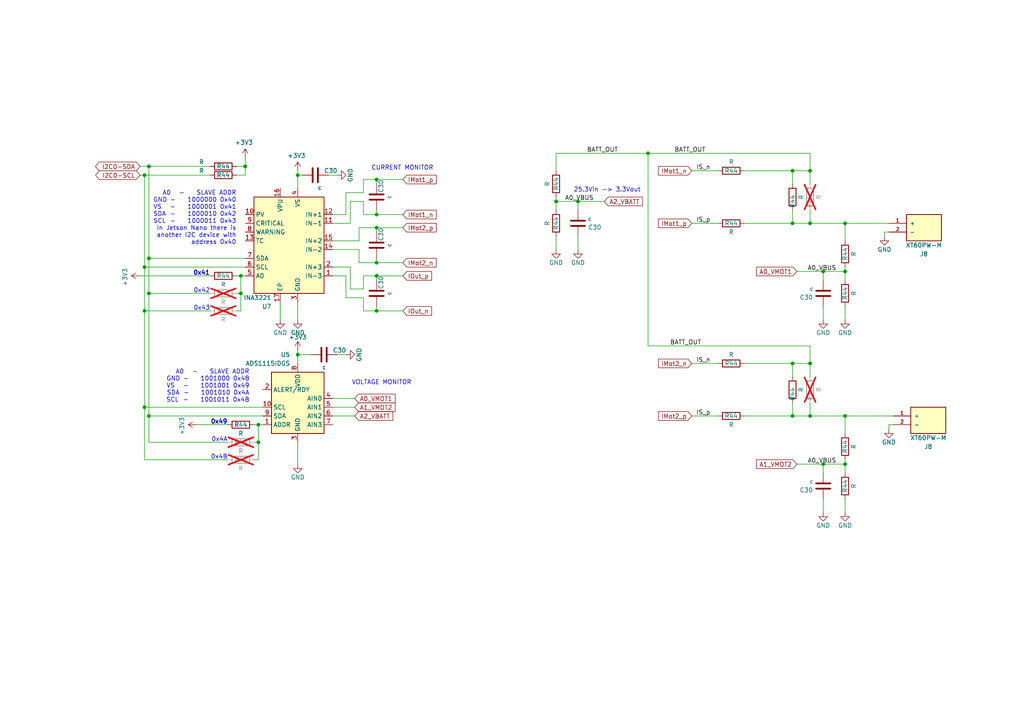
<source format=kicad_sch>
(kicad_sch (version 20230121) (generator eeschema)
  (paper "A4")
  (lib_symbols
    (symbol "Analog_ADC:ADS1115IDGS"
      (property "Reference" "U" (at 2.54 13.97 0))
      (property "Value" "ADS1115IDGS" (at 7.62 11.43 0))
      (symbol "ADS1115IDGS_0_1"
        (rectangle (start -7.62 10.16) (end 7.62 -7.62) (stroke (width 0.254)) (fill (type background)))
      )
      (symbol "ADS1115IDGS_1_1"
        (pin input line (at 10.16 -5.08 180) (length 2.54) (name "ADDR") (number "1"))
        (pin input line (at 10.16 0 180) (length 2.54) (name "SCL") (number "10"))
        (pin output line (at 10.16 5.08 180) (length 2.54) (name "ALERT/RDY") (number "2"))
        (pin power_in line (at 0 -10.16 90) (length 2.54) (name "GND") (number "3"))
        (pin input line (at -10.16 2.54 0) (length 2.54) (name "AIN0") (number "4"))
        (pin input line (at -10.16 0 0) (length 2.54) (name "AIN1") (number "5"))
        (pin input line (at -10.16 -2.54 0) (length 2.54) (name "AIN2") (number "6"))
        (pin input line (at -10.16 -5.08 0) (length 2.54) (name "AIN3") (number "7"))
        (pin power_in line (at 0 12.7 270) (length 2.54) (name "VDD") (number "8"))
        (pin bidirectional line (at 10.16 -2.54 180) (length 2.54) (name "SDA") (number "9"))
      )
    )
    (symbol "Device:C" (pin_numbers hide) (pin_names (offset 0.254))
      (property "Reference" "C" (at 0.635 2.54 0))
      (property "Value" "C" (at 0.635 -2.54 0))
      (symbol "C_0_1"
        (polyline (pts (xy -2.032 -0.762) (xy 2.032 -0.762)) (stroke (width 0.508)))
        (polyline (pts (xy -2.032 0.762) (xy 2.032 0.762)) (stroke (width 0.508)))
      )
      (symbol "C_1_1"
        (pin passive line (at 0 3.81 270) (length 2.794) (name "~") (number "1"))
        (pin passive line (at 0 -3.81 90) (length 2.794) (name "~") (number "2"))
      )
    )
    (symbol "Device:R" (pin_numbers hide) (pin_names (offset 0))
      (property "Reference" "R" (at 2.032 0 90))
      (property "Value" "R" (at 0 0 90))
      (symbol "R_0_1"
        (rectangle (start -1.016 -2.54) (end 1.016 2.54) (stroke (width 0.254)))
      )
      (symbol "R_1_1"
        (pin passive line (at 0 3.81 270) (length 1.27) (name "~") (number "1"))
        (pin passive line (at 0 -3.81 90) (length 1.27) (name "~") (number "2"))
      )
    )
    (symbol "Power_Management:INA3221"
      (property "Reference" "U" (at -10.16 17.78 0))
      (property "Value" "INA3221" (at 5.08 17.78 0))
      (symbol "INA3221_0_1"
        (rectangle (start 10.16 -12.7) (end -10.16 15.24) (stroke (width 0.254)) (fill (type background)))
      )
      (symbol "INA3221_1_1"
        (pin input line (at -12.7 -7.62 0) (length 2.54) (name "IN-3") (number "1"))
        (pin open_collector line (at 12.7 10.16 180) (length 2.54) (name "PV") (number "10"))
        (pin input line (at -12.7 7.62 0) (length 2.54) (name "IN-1") (number "11"))
        (pin input line (at -12.7 10.16 0) (length 2.54) (name "IN+1") (number "12"))
        (pin open_collector line (at 12.7 2.54 180) (length 2.54) (name "TC") (number "13"))
        (pin input line (at -12.7 0 0) (length 2.54) (name "IN-2") (number "14"))
        (pin input line (at -12.7 2.54 0) (length 2.54) (name "IN+2") (number "15"))
        (pin power_in line (at 2.54 17.78 270) (length 2.54) (name "VPU") (number "16"))
        (pin passive line (at 2.54 -15.24 90) (length 2.54) (name "EP") (number "17"))
        (pin input line (at -12.7 -5.08 0) (length 2.54) (name "IN+3") (number "2"))
        (pin power_in line (at -2.54 -15.24 90) (length 2.54) (name "GND") (number "3"))
        (pin power_in line (at -2.54 17.78 270) (length 2.54) (name "VS") (number "4"))
        (pin input line (at 12.7 -7.62 180) (length 2.54) (name "A0") (number "5"))
        (pin input line (at 12.7 -5.08 180) (length 2.54) (name "SCL") (number "6"))
        (pin bidirectional line (at 12.7 -2.54 180) (length 2.54) (name "SDA") (number "7"))
        (pin open_collector line (at 12.7 5.08 180) (length 2.54) (name "WARNING") (number "8"))
        (pin open_collector line (at 12.7 7.62 180) (length 2.54) (name "CRITICAL") (number "9"))
      )
    )
    (symbol "nanosaur:XT60PW-M" (pin_names (offset 1.016))
      (property "Reference" "J" (at -5.08 5.7234 0))
      (property "Value" "XT60PW-M" (at -5.08 -5.0923 0))
      (symbol "XT60PW-M_0_0"
        (rectangle (start -5.08 -2.54) (end 5.08 5.08) (stroke (width 0.254)) (fill (type background)))
        (pin passive line (at -10.16 2.54 0) (length 5.08) (name "+") (number "1"))
        (pin passive line (at -10.16 0 0) (length 5.08) (name "-") (number "2"))
      )
    )
    (symbol "power:+3V3" (power) (pin_names (offset 0))
      (property "Value" "+3V3" (at 0 3.556 0))
      (symbol "+3V3_0_1"
        (polyline (pts (xy -0.762 1.27) (xy 0 2.54)))
        (polyline (pts (xy 0 0) (xy 0 2.54)))
        (polyline (pts (xy 0 2.54) (xy 0.762 1.27)))
      )
      (symbol "+3V3_1_1"
        (pin power_in line (at 0 0 90) (length 0) hide (name "+3V3") (number "1"))
      )
    )
    (symbol "power:GND" (power) (pin_names (offset 0))
      (property "Value" "GND" (at 0 -3.81 0))
      (symbol "GND_0_1"
        (polyline (pts (xy 0 0) (xy 0 -1.27) (xy 1.27 -1.27) (xy 0 -2.54) (xy -1.27 -1.27) (xy 0 -1.27)))
      )
      (symbol "GND_1_1"
        (pin power_in line (at 0 0 270) (length 0) hide (name "GND") (number "1"))
      )
    )
  )
  (junction (at 86.36 102.87))
  (junction (at 234.95 105.41))
  (junction (at 71.12 48.26))
  (junction (at 167.64 58.42))
  (junction (at 109.22 80.01))
  (junction (at 41.91 77.47))
  (junction (at 245.11 78.74))
  (junction (at 234.95 120.65))
  (junction (at 69.85 85.09))
  (junction (at 238.76 134.62))
  (junction (at 161.29 58.42))
  (junction (at 41.91 50.8))
  (junction (at 109.22 76.2))
  (junction (at 69.85 80.01))
  (junction (at 229.87 64.77))
  (junction (at 43.18 85.09))
  (junction (at 74.93 123.19))
  (junction (at 229.87 120.65))
  (junction (at 234.95 49.53))
  (junction (at 43.18 74.93))
  (junction (at 245.11 120.65))
  (junction (at 43.18 120.65))
  (junction (at 41.91 118.11))
  (junction (at 74.93 128.27))
  (junction (at 109.22 62.23))
  (junction (at 245.11 134.62))
  (junction (at 245.11 64.77))
  (junction (at 229.87 49.53))
  (junction (at 86.36 50.8))
  (junction (at 41.91 90.17))
  (junction (at 43.18 48.26))
  (junction (at 238.76 78.74))
  (junction (at 229.87 105.41))
  (junction (at 187.96 44.45))
  (junction (at 109.22 52.07))
  (junction (at 109.22 90.17))
  (junction (at 109.22 66.04))
  (junction (at 234.95 64.77))
  (wire (pts (xy 229.87 64.77) (xy 234.95 64.77)))
  (wire (pts (xy 101.6 58.42) (xy 105.41 58.42)))
  (wire (pts (xy 116.84 76.2) (xy 109.22 76.2)))
  (wire (pts (xy 161.29 44.45) (xy 187.96 44.45)))
  (wire (pts (xy 245.11 133.35) (xy 245.11 134.62)))
  (wire (pts (xy 215.9 120.65) (xy 229.87 120.65)))
  (wire (pts (xy 215.9 64.77) (xy 229.87 64.77)))
  (wire (pts (xy 105.41 90.17) (xy 105.41 86.36)))
  (wire (pts (xy 200.66 64.77) (xy 208.28 64.77)))
  (wire (pts (xy 245.11 78.74) (xy 245.11 81.28)))
  (wire (pts (xy 104.14 69.85) (xy 96.52 69.85)))
  (wire (pts (xy 86.36 134.62) (xy 86.36 128.27)))
  (wire (pts (xy 109.22 74.93) (xy 109.22 76.2)))
  (wire (pts (xy 167.64 68.58) (xy 167.64 72.39)))
  (wire (pts (xy 76.2 123.19) (xy 74.93 123.19)))
  (wire (pts (xy 43.18 85.09) (xy 43.18 120.65)))
  (wire (pts (xy 43.18 120.65) (xy 43.18 128.27)))
  (wire (pts (xy 116.84 62.23) (xy 109.22 62.23)))
  (wire (pts (xy 234.95 120.65) (xy 234.95 116.84)))
  (wire (pts (xy 109.22 52.07) (xy 109.22 53.34)))
  (wire (pts (xy 101.6 77.47) (xy 101.6 83.82)))
  (wire (pts (xy 259.08 123.19) (xy 257.81 123.19)))
  (wire (pts (xy 187.96 44.45) (xy 234.95 44.45)))
  (wire (pts (xy 60.96 90.17) (xy 41.91 90.17)))
  (wire (pts (xy 60.96 50.8) (xy 41.91 50.8)))
  (wire (pts (xy 86.36 92.71) (xy 86.36 87.63)))
  (wire (pts (xy 74.93 128.27) (xy 74.93 123.19)))
  (wire (pts (xy 73.66 133.35) (xy 74.93 133.35)))
  (wire (pts (xy 41.91 118.11) (xy 41.91 133.35)))
  (wire (pts (xy 234.95 64.77) (xy 245.11 64.77)))
  (wire (pts (xy 105.41 58.42) (xy 105.41 62.23)))
  (wire (pts (xy 234.95 100.33) (xy 234.95 105.41)))
  (wire (pts (xy 86.36 50.8) (xy 86.36 54.61)))
  (wire (pts (xy 71.12 50.8) (xy 68.58 50.8)))
  (wire (pts (xy 234.95 64.77) (xy 234.95 60.96)))
  (wire (pts (xy 74.93 133.35) (xy 74.93 128.27)))
  (wire (pts (xy 69.85 90.17) (xy 69.85 85.09)))
  (wire (pts (xy 229.87 116.84) (xy 229.87 120.65)))
  (wire (pts (xy 238.76 78.74) (xy 245.11 78.74)))
  (wire (pts (xy 234.95 44.45) (xy 234.95 49.53)))
  (wire (pts (xy 238.76 81.28) (xy 238.76 78.74)))
  (wire (pts (xy 245.11 120.65) (xy 245.11 125.73)))
  (wire (pts (xy 60.96 80.01) (xy 40.64 80.01)))
  (wire (pts (xy 71.12 77.47) (xy 41.91 77.47)))
  (wire (pts (xy 100.33 62.23) (xy 100.33 55.88)))
  (wire (pts (xy 105.41 55.88) (xy 105.41 52.07)))
  (wire (pts (xy 116.84 52.07) (xy 109.22 52.07)))
  (wire (pts (xy 81.28 92.71) (xy 81.28 87.63)))
  (wire (pts (xy 167.64 60.96) (xy 167.64 58.42)))
  (wire (pts (xy 109.22 66.04) (xy 104.14 66.04)))
  (wire (pts (xy 96.52 62.23) (xy 100.33 62.23)))
  (wire (pts (xy 109.22 52.07) (xy 105.41 52.07)))
  (wire (pts (xy 229.87 109.22) (xy 229.87 105.41)))
  (wire (pts (xy 245.11 64.77) (xy 257.81 64.77)))
  (wire (pts (xy 97.79 50.8) (xy 95.25 50.8)))
  (wire (pts (xy 41.91 90.17) (xy 41.91 118.11)))
  (wire (pts (xy 96.52 77.47) (xy 101.6 77.47)))
  (wire (pts (xy 101.6 64.77) (xy 96.52 64.77)))
  (wire (pts (xy 66.04 123.19) (xy 57.15 123.19)))
  (wire (pts (xy 100.33 80.01) (xy 96.52 80.01)))
  (wire (pts (xy 238.76 144.78) (xy 238.76 148.59)))
  (wire (pts (xy 187.96 44.45) (xy 187.96 100.33)))
  (wire (pts (xy 238.76 134.62) (xy 245.11 134.62)))
  (wire (pts (xy 200.66 120.65) (xy 208.28 120.65)))
  (wire (pts (xy 234.95 109.22) (xy 234.95 105.41)))
  (wire (pts (xy 161.29 44.45) (xy 161.29 49.53)))
  (wire (pts (xy 71.12 45.72) (xy 71.12 48.26)))
  (wire (pts (xy 43.18 74.93) (xy 43.18 48.26)))
  (wire (pts (xy 104.14 72.39) (xy 104.14 76.2)))
  (wire (pts (xy 167.64 58.42) (xy 175.26 58.42)))
  (wire (pts (xy 238.76 134.62) (xy 231.14 134.62)))
  (wire (pts (xy 234.95 120.65) (xy 245.11 120.65)))
  (wire (pts (xy 116.84 66.04) (xy 109.22 66.04)))
  (wire (pts (xy 71.12 80.01) (xy 69.85 80.01)))
  (wire (pts (xy 66.04 133.35) (xy 41.91 133.35)))
  (wire (pts (xy 71.12 48.26) (xy 71.12 50.8)))
  (wire (pts (xy 245.11 144.78) (xy 245.11 148.59)))
  (wire (pts (xy 161.29 58.42) (xy 161.29 60.96)))
  (wire (pts (xy 109.22 60.96) (xy 109.22 62.23)))
  (wire (pts (xy 116.84 90.17) (xy 109.22 90.17)))
  (wire (pts (xy 104.14 66.04) (xy 104.14 69.85)))
  (wire (pts (xy 90.17 102.87) (xy 86.36 102.87)))
  (wire (pts (xy 71.12 48.26) (xy 68.58 48.26)))
  (wire (pts (xy 109.22 66.04) (xy 109.22 67.31)))
  (wire (pts (xy 245.11 88.9) (xy 245.11 92.71)))
  (wire (pts (xy 229.87 53.34) (xy 229.87 49.53)))
  (wire (pts (xy 238.76 78.74) (xy 231.14 78.74)))
  (wire (pts (xy 187.96 100.33) (xy 234.95 100.33)))
  (wire (pts (xy 43.18 85.09) (xy 43.18 74.93)))
  (wire (pts (xy 102.87 120.65) (xy 96.52 120.65)))
  (wire (pts (xy 105.41 86.36) (xy 100.33 86.36)))
  (wire (pts (xy 109.22 88.9) (xy 109.22 90.17)))
  (wire (pts (xy 116.84 80.01) (xy 109.22 80.01)))
  (wire (pts (xy 256.54 67.31) (xy 256.54 68.58)))
  (wire (pts (xy 257.81 123.19) (xy 257.81 124.46)))
  (wire (pts (xy 245.11 64.77) (xy 245.11 69.85)))
  (wire (pts (xy 238.76 137.16) (xy 238.76 134.62)))
  (wire (pts (xy 161.29 57.15) (xy 161.29 58.42)))
  (wire (pts (xy 245.11 120.65) (xy 259.08 120.65)))
  (wire (pts (xy 200.66 105.41) (xy 208.28 105.41)))
  (wire (pts (xy 229.87 60.96) (xy 229.87 64.77)))
  (wire (pts (xy 215.9 105.41) (xy 229.87 105.41)))
  (wire (pts (xy 41.91 50.8) (xy 40.64 50.8)))
  (wire (pts (xy 109.22 80.01) (xy 109.22 81.28)))
  (wire (pts (xy 41.91 77.47) (xy 41.91 50.8)))
  (wire (pts (xy 100.33 86.36) (xy 100.33 80.01)))
  (wire (pts (xy 105.41 80.01) (xy 109.22 80.01)))
  (wire (pts (xy 100.33 102.87) (xy 97.79 102.87)))
  (wire (pts (xy 86.36 101.6) (xy 86.36 102.87)))
  (wire (pts (xy 76.2 120.65) (xy 43.18 120.65)))
  (wire (pts (xy 76.2 118.11) (xy 41.91 118.11)))
  (wire (pts (xy 69.85 80.01) (xy 68.58 80.01)))
  (wire (pts (xy 105.41 62.23) (xy 109.22 62.23)))
  (wire (pts (xy 161.29 68.58) (xy 161.29 72.39)))
  (wire (pts (xy 68.58 90.17) (xy 69.85 90.17)))
  (wire (pts (xy 100.33 55.88) (xy 105.41 55.88)))
  (wire (pts (xy 43.18 48.26) (xy 40.64 48.26)))
  (wire (pts (xy 200.66 49.53) (xy 208.28 49.53)))
  (wire (pts (xy 234.95 53.34) (xy 234.95 49.53)))
  (wire (pts (xy 66.04 128.27) (xy 43.18 128.27)))
  (wire (pts (xy 101.6 64.77) (xy 101.6 58.42)))
  (wire (pts (xy 86.36 49.53) (xy 86.36 50.8)))
  (wire (pts (xy 74.93 128.27) (xy 73.66 128.27)))
  (wire (pts (xy 102.87 115.57) (xy 96.52 115.57)))
  (wire (pts (xy 109.22 76.2) (xy 104.14 76.2)))
  (wire (pts (xy 69.85 85.09) (xy 69.85 80.01)))
  (wire (pts (xy 167.64 58.42) (xy 161.29 58.42)))
  (wire (pts (xy 41.91 77.47) (xy 41.91 90.17)))
  (wire (pts (xy 60.96 85.09) (xy 43.18 85.09)))
  (wire (pts (xy 105.41 83.82) (xy 105.41 80.01)))
  (wire (pts (xy 245.11 134.62) (xy 245.11 137.16)))
  (wire (pts (xy 69.85 85.09) (xy 68.58 85.09)))
  (wire (pts (xy 74.93 123.19) (xy 73.66 123.19)))
  (wire (pts (xy 109.22 90.17) (xy 105.41 90.17)))
  (wire (pts (xy 71.12 74.93) (xy 43.18 74.93)))
  (wire (pts (xy 87.63 50.8) (xy 86.36 50.8)))
  (wire (pts (xy 229.87 105.41) (xy 234.95 105.41)))
  (wire (pts (xy 104.14 72.39) (xy 96.52 72.39)))
  (wire (pts (xy 215.9 49.53) (xy 229.87 49.53)))
  (wire (pts (xy 60.96 48.26) (xy 43.18 48.26)))
  (wire (pts (xy 238.76 88.9) (xy 238.76 92.71)))
  (wire (pts (xy 229.87 120.65) (xy 234.95 120.65)))
  (wire (pts (xy 245.11 77.47) (xy 245.11 78.74)))
  (wire (pts (xy 229.87 49.53) (xy 234.95 49.53)))
  (wire (pts (xy 101.6 83.82) (xy 105.41 83.82)))
  (wire (pts (xy 102.87 118.11) (xy 96.52 118.11)))
  (wire (pts (xy 86.36 102.87) (xy 86.36 105.41)))
  (wire (pts (xy 257.81 67.31) (xy 256.54 67.31)))
  (text "A0 	-	SLAVE ADDR\nGND	-	1001000 0x48\nVS	-	1001001 0x49\nSDA	-	1001010 0x4A\nSCL	-	1001011 0x4B" (at 72.39 116.84 0) (effects (font (size 1.27 1.27)) (justify right bottom)))
  (text "0x4B" (at 66.04 133.35 0) (effects (font (size 1.27 1.27)) (justify right bottom)))
  (text "0x4A" (at 66.04 128.27 0) (effects (font (size 1.27 1.27)) (justify right bottom)))
  (text "0x49" (at 66.04 123.19 0) (effects (font (size 1.27 1.27) (thickness 0.254) bold) (justify right bottom)))
  (text "0x43" (at 60.96 90.17 0) (effects (font (size 1.27 1.27)) (justify right bottom)))
  (text "0x41" (at 60.96 80.01 0) (effects (font (size 1.27 1.27) (thickness 0.254) bold) (justify right bottom)))
  (text "CURRENT MONITOR" (at 125.73 49.53 0) (effects (font (size 1.27 1.27)) (justify right bottom)))
  (text "25.3Vin -> 3.3Vout" (at 166.37 55.88 0) (effects (font (size 1.27 1.27)) (justify left bottom)))
  (text "VOLTAGE MONITOR" (at 119.38 111.76 0) (effects (font (size 1.27 1.27)) (justify right bottom)))
  (text "0x42" (at 60.96 85.09 0) (effects (font (size 1.27 1.27)) (justify right bottom)))
  (text "A0 	-	SLAVE ADDR\nGND	-	1000000 0x40\nVS	-	1000001 0x41\nSDA	-	1000010 0x42\nSCL	-	1000011 0x43\nIn Jetson Nano there is\nanother I2C device with\naddress 0x40" (at 68.58 71.12 0) (effects (font (size 1.27 1.27)) (justify right bottom)))
  (label "BATT_OUT" (at 170.18 44.45 0))
  (label "BATT_OUT" (at 195.58 44.45 0))
  (label "IS_p" (at 201.93 64.77 0))
  (label "IS_n" (at 201.93 105.41 0))
  (label "A0_VBUS" (at 242.57 134.62 180))
  (label "IS_p" (at 201.93 120.65 0))
  (label "A0_VBUS" (at 242.57 78.74 180))
  (label "IS_n" (at 201.93 49.53 0))
  (label "BATT_OUT" (at 194.31 100.33 0))
  (label "A0_VBUS" (at 163.83 58.42 0))
  (global_label "IMot2_p" (shape input) (at 116.84 66.04 0) (property "Intersheetrefs" "${INTERSHEET_REFS}" (effects hide)))
  (global_label "IMot2_p" (shape input) (at 200.66 120.65 180) (property "Intersheetrefs" "${INTERSHEET_REFS}" (effects hide)))
  (global_label "A0_VMOT1" (shape input) (at 231.14 78.74 180) (property "Intersheetrefs" "${INTERSHEET_REFS}" (effects hide)))
  (global_label "A2_VBATT" (shape input) (at 175.26 58.42 0) (property "Intersheetrefs" "${INTERSHEET_REFS}" (effects hide)))
  (global_label "IOut_n" (shape input) (at 116.84 90.17 0) (property "Intersheetrefs" "${INTERSHEET_REFS}" (effects hide)))
  (global_label "A0_VMOT1" (shape input) (at 102.87 115.57 0) (property "Intersheetrefs" "${INTERSHEET_REFS}" (effects hide)))
  (global_label "IMot2_n" (shape input) (at 116.84 76.2 0) (property "Intersheetrefs" "${INTERSHEET_REFS}" (effects hide)))
  (global_label "IMot1_p" (shape input) (at 116.84 52.07 0) (property "Intersheetrefs" "${INTERSHEET_REFS}" (effects hide)))
  (global_label "A1_VMOT2" (shape input) (at 231.14 134.62 180) (property "Intersheetrefs" "${INTERSHEET_REFS}" (effects hide)))
  (global_label "A2_VBATT" (shape input) (at 102.87 120.65 0) (property "Intersheetrefs" "${INTERSHEET_REFS}" (effects hide)))
  (global_label "I2C0-SCL" (shape bidirectional) (at 40.64 50.8 180) (property "Intersheetrefs" "${INTERSHEET_REFS}" (effects hide)))
  (global_label "IMot1_n" (shape input) (at 116.84 62.23 0) (property "Intersheetrefs" "${INTERSHEET_REFS}" (effects hide)))
  (global_label "I2C0-SDA" (shape bidirectional) (at 40.64 48.26 180) (property "Intersheetrefs" "${INTERSHEET_REFS}" (effects hide)))
  (global_label "IMot1_n" (shape input) (at 200.66 49.53 180) (property "Intersheetrefs" "${INTERSHEET_REFS}" (effects hide)))
  (global_label "IOut_p" (shape input) (at 116.84 80.01 0) (property "Intersheetrefs" "${INTERSHEET_REFS}" (effects hide)))
  (global_label "IMot1_p" (shape input) (at 200.66 64.77 180) (property "Intersheetrefs" "${INTERSHEET_REFS}" (effects hide)))
  (global_label "IMot2_n" (shape input) (at 200.66 105.41 180) (property "Intersheetrefs" "${INTERSHEET_REFS}" (effects hide)))
  (global_label "A1_VMOT2" (shape input) (at 102.87 118.11 0) (property "Intersheetrefs" "${INTERSHEET_REFS}" (effects hide)))
  (symbol (lib_id "Device:R") (at 234.95 113.03 180) (unit 1) (dnp yes)
    (property "Reference" "R44" (at 234.95 114.3 90))
    (property "Value" "R" (at 237.49 113.03 90))
    (property "Footprint" "Resistor_SMD:R_0805_2012Metric_Pad1.20x1.40mm_HandSolder" (effects hide))
    (property "LCSC" "C104574" (effects hide))
    (property "Description" "125mW 10mΩ ±1% 0805 Current Sense Resistors/Shunt Resistors ROHS" (effects hide))
    (instances (project "RP2040_motor" (path "" (reference "R44") (unit 1))) (project "power_and_cpu" (path "" (reference "R44") (unit 1))) (project "nanosaur-exp-board" (path "" (reference "R28") (unit 1))) (project "RobotMotorController" (path "" (reference "R55") (unit 1)) (path "" (reference "R61") (unit 1)) (path "" (reference "R?") (unit 1))))
  )
  (symbol (lib_id "Device:R") (at 245.11 85.09 0) (mirror x) (unit 1)
    (property "Reference" "R44" (at 245.11 85.09 90))
    (property "Value" "R" (at 247.65 85.09 90))
    (property "Footprint" "Resistor_SMD:R_0402_1005Metric" (effects hide))
    (property "LCSC" "C168255" (effects hide))
    (property "Description" "62.5mW Thick Film Resistors ±100ppm/℃ ±5% 15kΩ 0402 Chip Resistor - Surface Mount ROHS" (effects hide))
    (instances (project "RP2040_motor" (path "" (reference "R44") (unit 1))) (project "power_and_cpu" (path "" (reference "R44") (unit 1))) (project "nanosaur-exp-board" (path "" (reference "R64") (unit 1))) (project "RobotMotorController" (path "" (reference "R58") (unit 1)) (path "" (reference "R63") (unit 1)) (path "" (reference "R?") (unit 1))))
  )
  (symbol (lib_id "Device:R") (at 161.29 53.34 0) (unit 1)
    (property "Reference" "R44" (at 161.29 53.34 90))
    (property "Value" "R" (at 158.75 53.34 90))
    (property "Footprint" "Resistor_SMD:R_0402_1005Metric" (effects hide))
    (property "LCSC" "C25741" (effects hide))
    (property "Description" "62.5mW Thick Film Resistors ±100ppm/℃ ±1% 100kΩ 0402 Chip Resistor - Surface Mount ROHS" (effects hide))
    (instances (project "RP2040_motor" (path "" (reference "R44") (unit 1))) (project "power_and_cpu" (path "" (reference "R44") (unit 1))) (project "nanosaur-exp-board" (path "" (reference "R63") (unit 1))) (project "RobotMotorController" (path "" (reference "R33") (unit 1)) (path "" (reference "R58") (unit 1)) (path "" (reference "R?") (unit 1))))
  )
  (symbol (lib_id "Device:R") (at 69.85 128.27 270) (mirror x) (unit 1) (dnp yes)
    (property "Reference" "R44" (at 69.85 128.27 90))
    (property "Value" "R" (at 69.85 130.81 90))
    (property "Footprint" "Resistor_SMD:R_0402_1005Metric" (effects hide))
    (property "LCSC" "C17168" (effects hide))
    (property "Description" "62.5mW Thick Film Resistors ±800ppm/℃ ±1% 0Ω 0402 Chip Resistor - Surface Mount ROHS" (effects hide))
    (instances (project "RP2040_motor" (path "" (reference "R44") (unit 1))) (project "power_and_cpu" (path "" (reference "R44") (unit 1))) (project "nanosaur-exp-board" (path "" (reference "R55") (unit 1))) (project "RobotMotorController" (path "" (reference "R27") (unit 1)) (path "" (reference "R27") (unit 1)) (path "" (reference "R?") (unit 1))))
  )
  (symbol (lib_id "Device:C") (at 109.22 85.09 0) (mirror x) (unit 1)
    (property "Reference" "C30" (at 110.49 80.01 90) (effects (justify left)))
    (property "Value" "C" (at 113.03 85.09 90) (effects (font (size 0.8 0.8))))
    (property "Footprint" "Capacitor_SMD:C_0402_1005Metric" (effects hide))
    (property "LCSC" "C1581" (effects hide))
    (property "Description" "50V 100nF Y5V ±20% 0402 Multilayer Ceramic Capacitors MLCC - SMD/SMT ROHS" (effects hide))
    (instances (project "RP2040_motor" (path "" (reference "C30") (unit 1))) (project "power_and_cpu" (path "" (reference "C30") (unit 1))) (project "nanosaur-exp-board" (path "" (reference "C38") (unit 1))) (project "RobotMotorController" (path "" (reference "C7") (unit 1)) (path "" (reference "C5") (unit 1)) (path "" (reference "C?") (unit 1))))
  )
  (symbol (lib_id "power:GND") (at 86.36 92.71 0) (mirror y) (unit 1)
    (property "Reference" "#PWR048" (effects hide))
    (property "Value" "GND" (at 86.36 96.52 0))
    (instances (project "RP2040_motor" (path "" (reference "#PWR048") (unit 1))) (project "power_and_cpu" (path "" (reference "#PWR048") (unit 1))) (project "nanosaur-exp-board" (path "" (reference "#PWR070") (unit 1))) (project "RobotMotorController" (path "" (reference "#PWR035") (unit 1)) (path "" (reference "#PWR032") (unit 1)) (path "" (reference "#PWR?") (unit 1))))
  )
  (symbol (lib_id "power:GND") (at 100.33 102.87 90) (mirror x) (unit 1)
    (property "Reference" "#PWR048" (effects hide))
    (property "Value" "GND" (at 104.14 102.87 0))
    (instances (project "RP2040_motor" (path "" (reference "#PWR048") (unit 1))) (project "power_and_cpu" (path "" (reference "#PWR048") (unit 1))) (project "nanosaur-exp-board" (path "" (reference "#PWR060") (unit 1))) (project "RobotMotorController" (path "" (reference "#PWR070") (unit 1)) (path "" (reference "#PWR036") (unit 1)) (path "" (reference "#PWR?") (unit 1))))
  )
  (symbol (lib_id "Device:R") (at 161.29 64.77 180) (unit 1)
    (property "Reference" "R44" (at 161.29 64.77 90))
    (property "Value" "R" (at 158.75 64.77 90))
    (property "Footprint" "Resistor_SMD:R_0402_1005Metric" (effects hide))
    (property "LCSC" "C168255" (effects hide))
    (property "Description" "62.5mW Thick Film Resistors ±100ppm/℃ ±5% 15kΩ 0402 Chip Resistor - Surface Mount ROHS" (effects hide))
    (instances (project "RP2040_motor" (path "" (reference "R44") (unit 1))) (project "power_and_cpu" (path "" (reference "R44") (unit 1))) (project "nanosaur-exp-board" (path "" (reference "R64") (unit 1))) (project "RobotMotorController" (path "" (reference "R34") (unit 1)) (path "" (reference "R59") (unit 1)) (path "" (reference "R?") (unit 1))))
  )
  (symbol (lib_id "Device:R") (at 229.87 57.15 180) (unit 1)
    (property "Reference" "R44" (at 229.87 58.42 90))
    (property "Value" "R" (at 232.41 57.15 90))
    (property "Footprint" "Resistor_SMD:R_0805_2012Metric_Pad1.20x1.40mm_HandSolder" (effects hide))
    (property "LCSC" "C104574" (effects hide))
    (property "Description" "125mW 10mΩ ±1% 0805 Current Sense Resistors/Shunt Resistors ROHS" (effects hide))
    (instances (project "RP2040_motor" (path "" (reference "R44") (unit 1))) (project "power_and_cpu" (path "" (reference "R44") (unit 1))) (project "nanosaur-exp-board" (path "" (reference "R14") (unit 1))) (project "RobotMotorController" (path "" (reference "R50") (unit 1)) (path "" (reference "R42") (unit 1)) (path "" (reference "R?") (unit 1))))
  )
  (symbol (lib_id "power:GND") (at 161.29 72.39 0) (unit 1)
    (property "Reference" "#PWR048" (effects hide))
    (property "Value" "GND" (at 161.29 76.2 0))
    (instances (project "RP2040_motor" (path "" (reference "#PWR048") (unit 1))) (project "power_and_cpu" (path "" (reference "#PWR048") (unit 1))) (project "nanosaur-exp-board" (path "" (reference "#PWR080") (unit 1))) (project "RobotMotorController" (path "" (reference "#PWR071") (unit 1)) (path "" (reference "#PWR083") (unit 1)) (path "" (reference "#PWR?") (unit 1))))
  )
  (symbol (lib_id "power:GND") (at 238.76 92.71 0) (unit 1)
    (property "Reference" "#PWR048" (effects hide))
    (property "Value" "GND" (at 238.76 96.52 0))
    (instances (project "RP2040_motor" (path "" (reference "#PWR048") (unit 1))) (project "power_and_cpu" (path "" (reference "#PWR048") (unit 1))) (project "nanosaur-exp-board" (path "" (reference "#PWR080") (unit 1))) (project "RobotMotorController" (path "" (reference "#PWR074") (unit 1)) (path "" (reference "#PWR037") (unit 1)) (path "" (reference "#PWR?") (unit 1))))
  )
  (symbol (lib_id "Device:R") (at 212.09 120.65 90) (unit 1)
    (property "Reference" "R44" (at 212.09 120.65 90))
    (property "Value" "R" (at 212.09 123.19 90))
    (property "Footprint" "Resistor_SMD:R_0402_1005Metric" (effects hide))
    (property "LCSC" "C25077" (effects hide))
    (property "Description" "62.5mW Thick Film Resistors ±1% ±200ppm/℃ 10Ω 0402 Chip Resistor - Surface Mount ROHS" (effects hide))
    (instances (project "RP2040_motor" (path "" (reference "R44") (unit 1))) (project "power_and_cpu" (path "" (reference "R44") (unit 1))) (project "nanosaur-exp-board" (path "" (reference "R36") (unit 1))) (project "RobotMotorController" (path "" (reference "R47") (unit 1)) (path "" (reference "R34") (unit 1)) (path "" (reference "R?") (unit 1))))
  )
  (symbol (lib_id "Device:R") (at 64.77 90.17 270) (mirror x) (unit 1) (dnp yes)
    (property "Reference" "R44" (at 64.77 90.17 90))
    (property "Value" "R" (at 64.77 92.71 90))
    (property "Footprint" "Resistor_SMD:R_0402_1005Metric" (effects hide))
    (property "LCSC" "C17168" (effects hide))
    (property "Description" "62.5mW Thick Film Resistors ±800ppm/℃ ±1% 0Ω 0402 Chip Resistor - Surface Mount ROHS" (effects hide))
    (instances (project "RP2040_motor" (path "" (reference "R44") (unit 1))) (project "power_and_cpu" (path "" (reference "R44") (unit 1))) (project "nanosaur-exp-board" (path "" (reference "R53") (unit 1))) (project "RobotMotorController" (path "" (reference "R25") (unit 1)) (path "" (reference "R25") (unit 1)) (path "" (reference "R?") (unit 1))))
  )
  (symbol (lib_id "Device:R") (at 245.11 140.97 0) (mirror x) (unit 1)
    (property "Reference" "R44" (at 245.11 140.97 90))
    (property "Value" "R" (at 247.65 140.97 90))
    (property "Footprint" "Resistor_SMD:R_0402_1005Metric" (effects hide))
    (property "LCSC" "C168255" (effects hide))
    (property "Description" "62.5mW Thick Film Resistors ±100ppm/℃ ±5% 15kΩ 0402 Chip Resistor - Surface Mount ROHS" (effects hide))
    (instances (project "RP2040_motor" (path "" (reference "R44") (unit 1))) (project "power_and_cpu" (path "" (reference "R44") (unit 1))) (project "nanosaur-exp-board" (path "" (reference "R64") (unit 1))) (project "RobotMotorController" (path "" (reference "R60") (unit 1)) (path "" (reference "R65") (unit 1)) (path "" (reference "R?") (unit 1))))
  )
  (symbol (lib_id "nanosaur:XT60PW-M") (at 269.24 123.19 0) (unit 1)
    (property "Reference" "J8" (at 269.24 129.54 0))
    (property "Value" "XT60PW-M" (at 269.24 127 0))
    (property "Footprint" "Connector_AMASS:AMASS_XT60-M_1x02_P7.20mm_Vertical" (effects hide))
    (property "PARTREV" "V1.2" (effects hide))
    (property "MANUFACTURER" "AMASS" (effects hide))
    (property "MAXIMUM_PACKAGE_HEIGHT" "8.4 mm" (effects hide))
    (property "STANDARD" "Manufacturer recommendations" (effects hide))
    (instances (project "nanosaur-exp-board" (path "" (reference "J8") (unit 1))) (project "RobotMotorController" (path "" (reference "J10") (unit 1)) (path "" (reference "J12") (unit 1)) (path "" (reference "J10") (unit 1))))
  )
  (symbol (lib_id "Device:C") (at 91.44 50.8 270) (mirror x) (unit 1)
    (property "Reference" "C30" (at 93.98 49.53 90) (effects (justify left)))
    (property "Value" "C" (at 92.71 54.61 90) (effects (font (size 0.8 0.8))))
    (property "Footprint" "Capacitor_SMD:C_0402_1005Metric" (effects hide))
    (property "LCSC" "C1581" (effects hide))
    (property "Description" "50V 100nF Y5V ±20% 0402 Multilayer Ceramic Capacitors MLCC - SMD/SMT ROHS" (effects hide))
    (instances (project "RP2040_motor" (path "" (reference "C30") (unit 1))) (project "power_and_cpu" (path "" (reference "C30") (unit 1))) (project "nanosaur-exp-board" (path "" (reference "C39") (unit 1))) (project "RobotMotorController" (path "" (reference "C3") (unit 1)) (path "" (reference "C6") (unit 1)) (path "" (reference "C?") (unit 1))))
  )
  (symbol (lib_id "Device:C") (at 93.98 102.87 270) (mirror x) (unit 1)
    (property "Reference" "C30" (at 96.52 101.6 90) (effects (justify left)))
    (property "Value" "C" (at 93.98 106.68 90) (effects (font (size 0.8 0.8))))
    (property "Footprint" "Capacitor_SMD:C_0402_1005Metric" (effects hide))
    (property "LCSC" "C1581" (effects hide))
    (property "Description" "50V 100nF Y5V ±20% 0402 Multilayer Ceramic Capacitors MLCC - SMD/SMT ROHS" (effects hide))
    (instances (project "RP2040_motor" (path "" (reference "C30") (unit 1))) (project "power_and_cpu" (path "" (reference "C30") (unit 1))) (project "nanosaur-exp-board" (path "" (reference "C40") (unit 1))) (project "RobotMotorController" (path "" (reference "C4") (unit 1)) (path "" (reference "C7") (unit 1)) (path "" (reference "C?") (unit 1))))
  )
  (symbol (lib_id "Device:R") (at 69.85 133.35 270) (mirror x) (unit 1) (dnp yes)
    (property "Reference" "R44" (at 69.85 133.35 90))
    (property "Value" "R" (at 69.85 135.89 90))
    (property "Footprint" "Resistor_SMD:R_0402_1005Metric" (effects hide))
    (property "LCSC" "C17168" (effects hide))
    (property "Description" "62.5mW Thick Film Resistors ±800ppm/℃ ±1% 0Ω 0402 Chip Resistor - Surface Mount ROHS" (effects hide))
    (instances (project "RP2040_motor" (path "" (reference "R44") (unit 1))) (project "power_and_cpu" (path "" (reference "R44") (unit 1))) (project "nanosaur-exp-board" (path "" (reference "R56") (unit 1))) (project "RobotMotorController" (path "" (reference "R28") (unit 1)) (path "" (reference "R28") (unit 1)) (path "" (reference "R?") (unit 1))))
  )
  (symbol (lib_id "Device:C") (at 167.64 64.77 0) (mirror x) (unit 1)
    (property "Reference" "C30" (at 170.561 65.9384 0) (effects (justify left)))
    (property "Value" "C" (at 170.561 63.627 0) (effects (font (size 0.8 0.8)) (justify left)))
    (property "Footprint" "Capacitor_SMD:C_0402_1005Metric" (effects hide))
    (property "LCSC" "C1581" (effects hide))
    (property "Description" "50V 100nF Y5V ±20% 0402 Multilayer Ceramic Capacitors MLCC - SMD/SMT ROHS" (effects hide))
    (instances (project "RP2040_motor" (path "" (reference "C30") (unit 1))) (project "power_and_cpu" (path "" (reference "C30") (unit 1))) (project "nanosaur-exp-board" (path "" (reference "C43") (unit 1))) (project "RobotMotorController" (path "" (reference "C8") (unit 1)) (path "" (reference "C18") (unit 1)) (path "" (reference "C?") (unit 1))))
  )
  (symbol (lib_id "power:GND") (at 86.36 134.62 0) (mirror y) (unit 1)
    (property "Reference" "#PWR048" (effects hide))
    (property "Value" "GND" (at 86.36 138.43 0))
    (instances (project "RP2040_motor" (path "" (reference "#PWR048") (unit 1))) (project "power_and_cpu" (path "" (reference "#PWR048") (unit 1))) (project "nanosaur-exp-board" (path "" (reference "#PWR072") (unit 1))) (project "RobotMotorController" (path "" (reference "#PWR037") (unit 1)) (path "" (reference "#PWR070") (unit 1)) (path "" (reference "#PWR?") (unit 1))))
  )
  (symbol (lib_id "power:GND") (at 245.11 148.59 0) (unit 1)
    (property "Reference" "#PWR048" (effects hide))
    (property "Value" "GND" (at 245.11 152.4 0))
    (instances (project "RP2040_motor" (path "" (reference "#PWR048") (unit 1))) (project "power_and_cpu" (path "" (reference "#PWR048") (unit 1))) (project "nanosaur-exp-board" (path "" (reference "#PWR080") (unit 1))) (project "RobotMotorController" (path "" (reference "#PWR082") (unit 1)) (path "" (reference "#PWR075") (unit 1)) (path "" (reference "#PWR?") (unit 1))))
  )
  (symbol (lib_id "power:GND") (at 257.81 124.46 0) (unit 1)
    (property "Reference" "#PWR048" (effects hide))
    (property "Value" "GND" (at 257.81 128.27 0))
    (instances (project "RP2040_motor" (path "" (reference "#PWR048") (unit 1))) (project "power_and_cpu" (path "" (reference "#PWR048") (unit 1))) (project "nanosaur-exp-board" (path "" (reference "#PWR080") (unit 1))) (project "RobotMotorController" (path "" (reference "#PWR084") (unit 1)) (path "" (reference "#PWR088") (unit 1)) (path "" (reference "#PWR?") (unit 1))))
  )
  (symbol (lib_id "power:GND") (at 245.11 92.71 0) (unit 1)
    (property "Reference" "#PWR048" (effects hide))
    (property "Value" "GND" (at 245.11 96.52 0))
    (instances (project "RP2040_motor" (path "" (reference "#PWR048") (unit 1))) (project "power_and_cpu" (path "" (reference "#PWR048") (unit 1))) (project "nanosaur-exp-board" (path "" (reference "#PWR080") (unit 1))) (project "RobotMotorController" (path "" (reference "#PWR081") (unit 1)) (path "" (reference "#PWR073") (unit 1)) (path "" (reference "#PWR?") (unit 1))))
  )
  (symbol (lib_id "Device:R") (at 245.11 129.54 0) (mirror y) (unit 1)
    (property "Reference" "R44" (at 245.11 129.54 90))
    (property "Value" "R" (at 247.65 129.54 90))
    (property "Footprint" "Resistor_SMD:R_0402_1005Metric" (effects hide))
    (property "LCSC" "C25741" (effects hide))
    (property "Description" "62.5mW Thick Film Resistors ±100ppm/℃ ±1% 100kΩ 0402 Chip Resistor - Surface Mount ROHS" (effects hide))
    (instances (project "RP2040_motor" (path "" (reference "R44") (unit 1))) (project "power_and_cpu" (path "" (reference "R44") (unit 1))) (project "nanosaur-exp-board" (path "" (reference "R63") (unit 1))) (project "RobotMotorController" (path "" (reference "R59") (unit 1)) (path "" (reference "R64") (unit 1)) (path "" (reference "R?") (unit 1))))
  )
  (symbol (lib_id "power:GND") (at 256.54 68.58 0) (unit 1)
    (property "Reference" "#PWR048" (effects hide))
    (property "Value" "GND" (at 256.54 72.39 0))
    (instances (project "RP2040_motor" (path "" (reference "#PWR048") (unit 1))) (project "power_and_cpu" (path "" (reference "#PWR048") (unit 1))) (project "nanosaur-exp-board" (path "" (reference "#PWR080") (unit 1))) (project "RobotMotorController" (path "" (reference "#PWR083") (unit 1)) (path "" (reference "#PWR089") (unit 1)) (path "" (reference "#PWR?") (unit 1))))
  )
  (symbol (lib_id "Device:C") (at 238.76 85.09 180) (unit 1)
    (property "Reference" "C30" (at 235.839 86.2584 0) (effects (justify left)))
    (property "Value" "C" (at 235.839 83.947 0) (effects (font (size 0.8 0.8)) (justify left)))
    (property "Footprint" "Capacitor_SMD:C_0402_1005Metric" (effects hide))
    (property "LCSC" "C1581" (effects hide))
    (property "Description" "50V 100nF Y5V ±20% 0402 Multilayer Ceramic Capacitors MLCC - SMD/SMT ROHS" (effects hide))
    (instances (project "RP2040_motor" (path "" (reference "C30") (unit 1))) (project "power_and_cpu" (path "" (reference "C30") (unit 1))) (project "nanosaur-exp-board" (path "" (reference "C43") (unit 1))) (project "RobotMotorController" (path "" (reference "C16") (unit 1)) (path "" (reference "C8") (unit 1)) (path "" (reference "C?") (unit 1))))
  )
  (symbol (lib_id "power:+3V3") (at 86.36 49.53 0) (mirror y) (unit 1)
    (property "Reference" "#PWR058" (effects hide))
    (property "Value" "+3V3" (at 85.979 45.1358 0))
    (instances (project "nanosaur-exp-board" (path "" (reference "#PWR058") (unit 1))) (project "RobotMotorController" (path "" (reference "#PWR034") (unit 1)) (path "" (reference "#PWR028") (unit 1)) (path "" (reference "#PWR?") (unit 1))))
  )
  (symbol (lib_id "Device:C") (at 109.22 57.15 0) (mirror x) (unit 1)
    (property "Reference" "C30" (at 110.49 52.07 90) (effects (justify left)))
    (property "Value" "C" (at 113.03 57.15 90) (effects (font (size 0.8 0.8))))
    (property "Footprint" "Capacitor_SMD:C_0402_1005Metric" (effects hide))
    (property "LCSC" "C1581" (effects hide))
    (property "Description" "50V 100nF Y5V ±20% 0402 Multilayer Ceramic Capacitors MLCC - SMD/SMT ROHS" (effects hide))
    (instances (project "RP2040_motor" (path "" (reference "C30") (unit 1))) (project "power_and_cpu" (path "" (reference "C30") (unit 1))) (project "nanosaur-exp-board" (path "" (reference "C36") (unit 1))) (project "RobotMotorController" (path "" (reference "C5") (unit 1)) (path "" (reference "C3") (unit 1)) (path "" (reference "C?") (unit 1))))
  )
  (symbol (lib_id "Device:R") (at 212.09 49.53 90) (unit 1)
    (property "Reference" "R44" (at 212.09 49.53 90))
    (property "Value" "R" (at 212.09 46.99 90))
    (property "Footprint" "Resistor_SMD:R_0402_1005Metric" (effects hide))
    (property "LCSC" "C25077" (effects hide))
    (property "Description" "62.5mW Thick Film Resistors ±1% ±200ppm/℃ 10Ω 0402 Chip Resistor - Surface Mount ROHS" (effects hide))
    (instances (project "RP2040_motor" (path "" (reference "R44") (unit 1))) (project "power_and_cpu" (path "" (reference "R44") (unit 1))) (project "nanosaur-exp-board" (path "" (reference "R37") (unit 1))) (project "RobotMotorController" (path "" (reference "R42") (unit 1)) (path "" (reference "R47") (unit 1)) (path "" (reference "R?") (unit 1))))
  )
  (symbol (lib_id "power:+3V3") (at 57.15 123.19 90) (mirror x) (unit 1)
    (property "Reference" "#PWR075" (effects hide))
    (property "Value" "+3V3" (at 52.7558 123.571 0))
    (instances (project "nanosaur-exp-board" (path "" (reference "#PWR075") (unit 1))) (project "RobotMotorController" (path "" (reference "#PWR028") (unit 1)) (path "" (reference "#PWR071") (unit 1)) (path "" (reference "#PWR?") (unit 1))))
  )
  (symbol (lib_id "Device:R") (at 64.77 80.01 270) (mirror x) (unit 1)
    (property "Reference" "R44" (at 64.77 80.01 90))
    (property "Value" "R" (at 64.77 82.55 90))
    (property "Footprint" "Resistor_SMD:R_0402_1005Metric" (effects hide))
    (property "LCSC" "C17168" (effects hide))
    (property "Description" "62.5mW Thick Film Resistors ±800ppm/℃ ±1% 0Ω 0402 Chip Resistor - Surface Mount ROHS" (effects hide))
    (instances (project "RP2040_motor" (path "" (reference "R44") (unit 1))) (project "power_and_cpu" (path "" (reference "R44") (unit 1))) (project "nanosaur-exp-board" (path "" (reference "R51") (unit 1))) (project "RobotMotorController" (path "" (reference "R17") (unit 1)) (path "" (reference "R17") (unit 1)) (path "" (reference "R?") (unit 1))))
  )
  (symbol (lib_id "power:GND") (at 238.76 148.59 0) (unit 1)
    (property "Reference" "#PWR048" (effects hide))
    (property "Value" "GND" (at 238.76 152.4 0))
    (instances (project "RP2040_motor" (path "" (reference "#PWR048") (unit 1))) (project "power_and_cpu" (path "" (reference "#PWR048") (unit 1))) (project "nanosaur-exp-board" (path "" (reference "#PWR080") (unit 1))) (project "RobotMotorController" (path "" (reference "#PWR075") (unit 1)) (path "" (reference "#PWR074") (unit 1)) (path "" (reference "#PWR?") (unit 1))))
  )
  (symbol (lib_id "Device:R") (at 64.77 50.8 270) (mirror x) (unit 1)
    (property "Reference" "R44" (at 64.77 50.8 90))
    (property "Value" "R" (at 58.42 49.53 90))
    (property "Footprint" "Resistor_SMD:R_0402_1005Metric" (effects hide))
    (property "LCSC" "C11702" (effects hide))
    (property "Description" "62.5mW Thick Film Resistors ±100ppm/℃ ±1% 1kΩ 0402 Chip Resistor - Surface Mount ROHS" (effects hide))
    (instances (project "RP2040_motor" (path "" (reference "R44") (unit 1))) (project "power_and_cpu" (path "" (reference "R44") (unit 1))) (project "nanosaur-exp-board" (path "" (reference "R50") (unit 1))) (project "RobotMotorController" (path "" (reference "R16") (unit 1)) (path "" (reference "R16") (unit 1)) (path "" (reference "R?") (unit 1))))
  )
  (symbol (lib_id "Device:R") (at 234.95 57.15 180) (unit 1) (dnp yes)
    (property "Reference" "R44" (at 234.95 58.42 90))
    (property "Value" "R" (at 237.49 57.15 90))
    (property "Footprint" "Resistor_SMD:R_0805_2012Metric_Pad1.20x1.40mm_HandSolder" (effects hide))
    (property "LCSC" "C104574" (effects hide))
    (property "Description" "125mW 10mΩ ±1% 0805 Current Sense Resistors/Shunt Resistors ROHS" (effects hide))
    (instances (project "RP2040_motor" (path "" (reference "R44") (unit 1))) (project "power_and_cpu" (path "" (reference "R44") (unit 1))) (project "nanosaur-exp-board" (path "" (reference "R28") (unit 1))) (project "RobotMotorController" (path "" (reference "R54") (unit 1)) (path "" (reference "R44") (unit 1)) (path "" (reference "R?") (unit 1))))
  )
  (symbol (lib_id "power:GND") (at 167.64 72.39 0) (unit 1)
    (property "Reference" "#PWR048" (effects hide))
    (property "Value" "GND" (at 167.64 76.2 0))
    (instances (project "RP2040_motor" (path "" (reference "#PWR048") (unit 1))) (project "power_and_cpu" (path "" (reference "#PWR048") (unit 1))) (project "nanosaur-exp-board" (path "" (reference "#PWR081") (unit 1))) (project "RobotMotorController" (path "" (reference "#PWR073") (unit 1)) (path "" (reference "#PWR085") (unit 1)) (path "" (reference "#PWR?") (unit 1))))
  )
  (symbol (lib_id "Device:R") (at 212.09 64.77 90) (unit 1)
    (property "Reference" "R44" (at 212.09 64.77 90))
    (property "Value" "R" (at 212.09 67.31 90))
    (property "Footprint" "Resistor_SMD:R_0402_1005Metric" (effects hide))
    (property "LCSC" "C25077" (effects hide))
    (property "Description" "62.5mW Thick Film Resistors ±1% ±200ppm/℃ 10Ω 0402 Chip Resistor - Surface Mount ROHS" (effects hide))
    (instances (project "RP2040_motor" (path "" (reference "R44") (unit 1))) (project "power_and_cpu" (path "" (reference "R44") (unit 1))) (project "nanosaur-exp-board" (path "" (reference "R36") (unit 1))) (project "RobotMotorController" (path "" (reference "R44") (unit 1)) (path "" (reference "R46") (unit 1)) (path "" (reference "R?") (unit 1))))
  )
  (symbol (lib_id "Device:R") (at 64.77 48.26 270) (mirror x) (unit 1)
    (property "Reference" "R44" (at 64.77 48.26 90))
    (property "Value" "R" (at 58.42 46.99 90))
    (property "Footprint" "Resistor_SMD:R_0402_1005Metric" (effects hide))
    (property "LCSC" "C11702" (effects hide))
    (property "Description" "62.5mW Thick Film Resistors ±100ppm/℃ ±1% 1kΩ 0402 Chip Resistor - Surface Mount ROHS" (effects hide))
    (instances (project "RP2040_motor" (path "" (reference "R44") (unit 1))) (project "power_and_cpu" (path "" (reference "R44") (unit 1))) (project "nanosaur-exp-board" (path "" (reference "R45") (unit 1))) (project "RobotMotorController" (path "" (reference "R6") (unit 1)) (path "" (reference "R6") (unit 1)) (path "" (reference "R?") (unit 1))))
  )
  (symbol (lib_id "power:+3V3") (at 40.64 80.01 90) (mirror x) (unit 1)
    (property "Reference" "#PWR061" (effects hide))
    (property "Value" "+3V3" (at 36.2458 80.391 0))
    (instances (project "nanosaur-exp-board" (path "" (reference "#PWR061") (unit 1))) (project "RobotMotorController" (path "" (reference "#PWR019") (unit 1)) (path "" (reference "#PWR035") (unit 1)) (path "" (reference "#PWR?") (unit 1))))
  )
  (symbol (lib_id "Device:R") (at 64.77 85.09 270) (mirror x) (unit 1) (dnp yes)
    (property "Reference" "R44" (at 64.77 85.09 90))
    (property "Value" "R" (at 64.77 87.63 90))
    (property "Footprint" "Resistor_SMD:R_0402_1005Metric" (effects hide))
    (property "LCSC" "C17168" (effects hide))
    (property "Description" "62.5mW Thick Film Resistors ±800ppm/℃ ±1% 0Ω 0402 Chip Resistor - Surface Mount ROHS" (effects hide))
    (instances (project "RP2040_motor" (path "" (reference "R44") (unit 1))) (project "power_and_cpu" (path "" (reference "R44") (unit 1))) (project "nanosaur-exp-board" (path "" (reference "R52") (unit 1))) (project "RobotMotorController" (path "" (reference "R19") (unit 1)) (path "" (reference "R19") (unit 1)) (path "" (reference "R?") (unit 1))))
  )
  (symbol (lib_id "Device:C") (at 109.22 71.12 0) (mirror x) (unit 1)
    (property "Reference" "C30" (at 110.49 66.04 90) (effects (justify left)))
    (property "Value" "C" (at 113.03 71.12 90) (effects (font (size 0.8 0.8))))
    (property "Footprint" "Capacitor_SMD:C_0402_1005Metric" (effects hide))
    (property "LCSC" "C1581" (effects hide))
    (property "Description" "50V 100nF Y5V ±20% 0402 Multilayer Ceramic Capacitors MLCC - SMD/SMT ROHS" (effects hide))
    (instances (project "RP2040_motor" (path "" (reference "C30") (unit 1))) (project "power_and_cpu" (path "" (reference "C30") (unit 1))) (project "nanosaur-exp-board" (path "" (reference "C37") (unit 1))) (project "RobotMotorController" (path "" (reference "C6") (unit 1)) (path "" (reference "C4") (unit 1)) (path "" (reference "C?") (unit 1))))
  )
  (symbol (lib_id "Device:R") (at 69.85 123.19 270) (mirror x) (unit 1)
    (property "Reference" "R44" (at 69.85 123.19 90))
    (property "Value" "R" (at 69.85 125.73 90))
    (property "Footprint" "Resistor_SMD:R_0402_1005Metric" (effects hide))
    (property "LCSC" "C17168" (effects hide))
    (property "Description" "62.5mW Thick Film Resistors ±800ppm/℃ ±1% 0Ω 0402 Chip Resistor - Surface Mount ROHS" (effects hide))
    (instances (project "RP2040_motor" (path "" (reference "R44") (unit 1))) (project "power_and_cpu" (path "" (reference "R44") (unit 1))) (project "nanosaur-exp-board" (path "" (reference "R54") (unit 1))) (project "RobotMotorController" (path "" (reference "R26") (unit 1)) (path "" (reference "R26") (unit 1)) (path "" (reference "R?") (unit 1))))
  )
  (symbol (lib_id "Device:R") (at 212.09 105.41 90) (unit 1)
    (property "Reference" "R44" (at 212.09 105.41 90))
    (property "Value" "R" (at 212.09 102.87 90))
    (property "Footprint" "Resistor_SMD:R_0402_1005Metric" (effects hide))
    (property "LCSC" "C25077" (effects hide))
    (property "Description" "62.5mW Thick Film Resistors ±1% ±200ppm/℃ 10Ω 0402 Chip Resistor - Surface Mount ROHS" (effects hide))
    (instances (project "RP2040_motor" (path "" (reference "R44") (unit 1))) (project "power_and_cpu" (path "" (reference "R44") (unit 1))) (project "nanosaur-exp-board" (path "" (reference "R37") (unit 1))) (project "RobotMotorController" (path "" (reference "R46") (unit 1)) (path "" (reference "R33") (unit 1)) (path "" (reference "R?") (unit 1))))
  )
  (symbol (lib_id "Analog_ADC:ADS1115IDGS") (at 86.36 118.11 0) (mirror y) (unit 1)
    (property "Reference" "U5" (at 84.1659 102.87 0) (effects (justify left)))
    (property "Value" "ADS1115IDGS" (at 84.1659 105.41 0) (effects (justify left)))
    (property "Footprint" "Package_SO:TSSOP-10_3x3mm_P0.5mm" (effects hide))
    (property "Datasheet" "http://www.ti.com/lit/ds/symlink/ads1113.pdf" (effects hide))
    (instances (project "nanosaur-exp-board" (path "" (reference "U5") (unit 1))) (project "RobotMotorController" (path "" (reference "U3") (unit 1)) (path "" (reference "U3") (unit 1)) (path "" (reference "U?") (unit 1))))
  )
  (symbol (lib_id "Device:R") (at 245.11 73.66 0) (mirror y) (unit 1)
    (property "Reference" "R44" (at 245.11 73.66 90))
    (property "Value" "R" (at 247.65 73.66 90))
    (property "Footprint" "Resistor_SMD:R_0402_1005Metric" (effects hide))
    (property "LCSC" "C25741" (effects hide))
    (property "Description" "62.5mW Thick Film Resistors ±100ppm/℃ ±1% 100kΩ 0402 Chip Resistor - Surface Mount ROHS" (effects hide))
    (instances (project "RP2040_motor" (path "" (reference "R44") (unit 1))) (project "power_and_cpu" (path "" (reference "R44") (unit 1))) (project "nanosaur-exp-board" (path "" (reference "R63") (unit 1))) (project "RobotMotorController" (path "" (reference "R56") (unit 1)) (path "" (reference "R62") (unit 1)) (path "" (reference "R?") (unit 1))))
  )
  (symbol (lib_id "power:GND") (at 81.28 92.71 0) (mirror y) (unit 1)
    (property "Reference" "#PWR048" (effects hide))
    (property "Value" "GND" (at 81.28 96.52 0))
    (instances (project "RP2040_motor" (path "" (reference "#PWR048") (unit 1))) (project "power_and_cpu" (path "" (reference "#PWR048") (unit 1))) (project "nanosaur-exp-board" (path "" (reference "#PWR071") (unit 1))) (project "RobotMotorController" (path "" (reference "#PWR033") (unit 1)) (path "" (reference "#PWR033") (unit 1)) (path "" (reference "#PWR?") (unit 1))))
  )
  (symbol (lib_id "power:GND") (at 97.79 50.8 90) (mirror x) (unit 1)
    (property "Reference" "#PWR048" (effects hide))
    (property "Value" "GND" (at 101.6 50.8 0))
    (instances (project "RP2040_motor" (path "" (reference "#PWR048") (unit 1))) (project "power_and_cpu" (path "" (reference "#PWR048") (unit 1))) (project "nanosaur-exp-board" (path "" (reference "#PWR059") (unit 1))) (project "RobotMotorController" (path "" (reference "#PWR067") (unit 1)) (path "" (reference "#PWR019") (unit 1)) (path "" (reference "#PWR?") (unit 1))))
  )
  (symbol (lib_id "Power_Management:INA3221") (at 83.82 72.39 0) (mirror y) (unit 1)
    (property "Reference" "U7" (at 78.74 88.9 0) (effects (justify left)))
    (property "Value" "INA3221" (at 78.74 86.36 0) (effects (justify left)))
    (property "Footprint" "Package_DFN_QFN:Texas_RGV_S-PVQFN-N16_EP2.1x2.1mm" (effects hide))
    (property "Datasheet" "http://www.ti.com/lit/ds/symlink/ina3221.pdf" (effects hide))
    (instances (project "nanosaur-exp-board" (path "" (reference "U7") (unit 1))) (project "RobotMotorController" (path "" (reference "U2") (unit 1)) (path "" (reference "U2") (unit 1)) (path "" (reference "U?") (unit 1))))
  )
  (symbol (lib_id "power:+3V3") (at 86.36 101.6 0) (mirror y) (unit 1)
    (property "Reference" "#PWR074" (effects hide))
    (property "Value" "+3V3" (at 86.36 97.79 0))
    (instances (project "nanosaur-exp-board" (path "" (reference "#PWR074") (unit 1))) (project "RobotMotorController" (path "" (reference "#PWR036") (unit 1)) (path "" (reference "#PWR067") (unit 1)) (path "" (reference "#PWR?") (unit 1))))
  )
  (symbol (lib_id "Device:R") (at 229.87 113.03 180) (unit 1)
    (property "Reference" "R44" (at 229.87 114.3 90))
    (property "Value" "R" (at 232.41 113.03 90))
    (property "Footprint" "Resistor_SMD:R_0805_2012Metric_Pad1.20x1.40mm_HandSolder" (effects hide))
    (property "LCSC" "C104574" (effects hide))
    (property "Description" "125mW 10mΩ ±1% 0805 Current Sense Resistors/Shunt Resistors ROHS" (effects hide))
    (instances (project "RP2040_motor" (path "" (reference "R44") (unit 1))) (project "power_and_cpu" (path "" (reference "R44") (unit 1))) (project "nanosaur-exp-board" (path "" (reference "R14") (unit 1))) (project "RobotMotorController" (path "" (reference "R51") (unit 1)) (path "" (reference "R60") (unit 1)) (path "" (reference "R?") (unit 1))))
  )
  (symbol (lib_id "Device:C") (at 238.76 140.97 180) (unit 1)
    (property "Reference" "C30" (at 235.839 142.1384 0) (effects (justify left)))
    (property "Value" "C" (at 235.839 139.827 0) (effects (font (size 0.8 0.8)) (justify left)))
    (property "Footprint" "Capacitor_SMD:C_0402_1005Metric" (effects hide))
    (property "LCSC" "C1581" (effects hide))
    (property "Description" "50V 100nF Y5V ±20% 0402 Multilayer Ceramic Capacitors MLCC - SMD/SMT ROHS" (effects hide))
    (instances (project "RP2040_motor" (path "" (reference "C30") (unit 1))) (project "power_and_cpu" (path "" (reference "C30") (unit 1))) (project "nanosaur-exp-board" (path "" (reference "C43") (unit 1))) (project "RobotMotorController" (path "" (reference "C17") (unit 1)) (path "" (reference "C21") (unit 1)) (path "" (reference "C?") (unit 1))))
  )
  (symbol (lib_id "power:+3V3") (at 71.12 45.72 0) (mirror y) (unit 1)
    (property "Reference" "#PWR073" (effects hide))
    (property "Value" "+3V3" (at 70.739 41.3258 0))
    (instances (project "nanosaur-exp-board" (path "" (reference "#PWR073") (unit 1))) (project "RobotMotorController" (path "" (reference "#PWR032") (unit 1)) (path "" (reference "#PWR034") (unit 1)) (path "" (reference "#PWR?") (unit 1))))
  )
  (symbol (lib_id "nanosaur:XT60PW-M") (at 267.97 67.31 0) (unit 1)
    (property "Reference" "J8" (at 267.97 73.66 0))
    (property "Value" "XT60PW-M" (at 267.97 71.12 0))
    (property "Footprint" "Connector_AMASS:AMASS_XT60-M_1x02_P7.20mm_Vertical" (effects hide))
    (property "PARTREV" "V1.2" (effects hide))
    (property "MANUFACTURER" "AMASS" (effects hide))
    (property "MAXIMUM_PACKAGE_HEIGHT" "8.4 mm" (effects hide))
    (property "STANDARD" "Manufacturer recommendations" (effects hide))
    (instances (project "nanosaur-exp-board" (path "" (reference "J8") (unit 1))) (project "RobotMotorController" (path "" (reference "J8") (unit 1)) (path "" (reference "J11") (unit 1)) (path "" (reference "J8") (unit 1))))
  )
)
</source>
